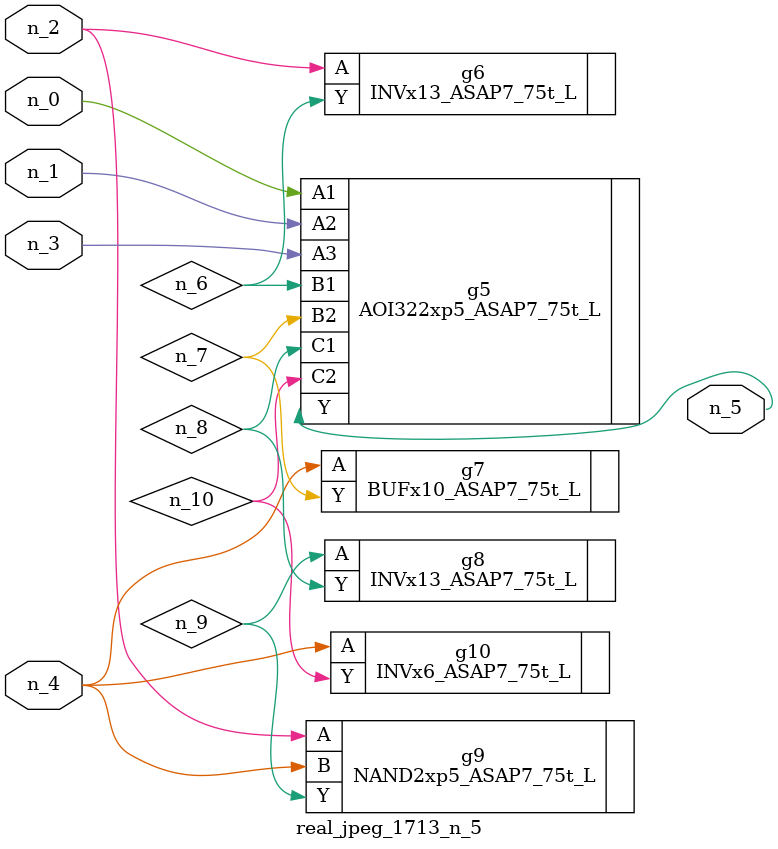
<source format=v>
module real_jpeg_1713_n_5 (n_4, n_0, n_1, n_2, n_3, n_5);

input n_4;
input n_0;
input n_1;
input n_2;
input n_3;

output n_5;

wire n_8;
wire n_6;
wire n_7;
wire n_10;
wire n_9;

AOI322xp5_ASAP7_75t_L g5 ( 
.A1(n_0),
.A2(n_1),
.A3(n_3),
.B1(n_6),
.B2(n_7),
.C1(n_8),
.C2(n_10),
.Y(n_5)
);

INVx13_ASAP7_75t_L g6 ( 
.A(n_2),
.Y(n_6)
);

NAND2xp5_ASAP7_75t_L g9 ( 
.A(n_2),
.B(n_4),
.Y(n_9)
);

BUFx10_ASAP7_75t_L g7 ( 
.A(n_4),
.Y(n_7)
);

INVx6_ASAP7_75t_L g10 ( 
.A(n_4),
.Y(n_10)
);

INVx13_ASAP7_75t_L g8 ( 
.A(n_9),
.Y(n_8)
);


endmodule
</source>
